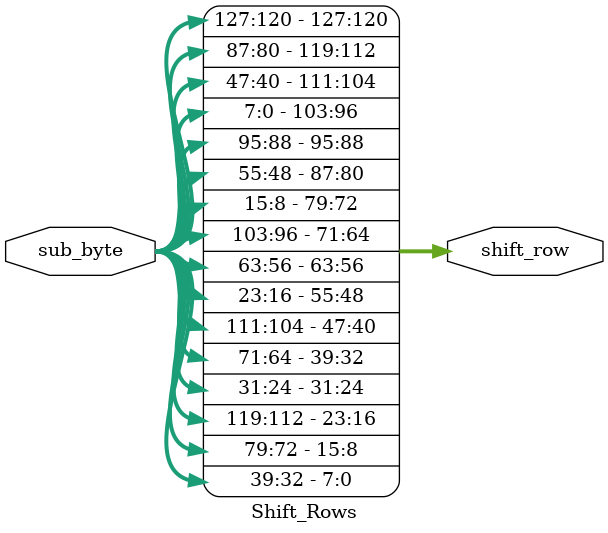
<source format=v>
`timescale 1ns/1ps

module Shift_Rows(
		input [127:0] sub_byte,
		output [127:0] shift_row);
// Giu nguyen dong 1
assign shift_row[127:120] = sub_byte[127:120];
assign shift_row[95:88] = sub_byte[95:88];
assign shift_row[63:56] = sub_byte[63:56];
assign shift_row[31:24] = sub_byte[31:24];
// Dich trai 1 bit dong 2
assign shift_row[119:112] = sub_byte[87:80];
assign shift_row[87:80] = sub_byte[55:48];
assign shift_row[55:48] = sub_byte[23:16];
assign shift_row[23:16] = sub_byte[119:112];
// Dich trai 2 bit dong 3
assign shift_row[111:104] = sub_byte[47:40];
assign shift_row[79:72] = sub_byte[15:8];
assign shift_row[47:40] = sub_byte[111:104];
assign shift_row[15:8] = sub_byte[79:72];
// Dich trai 3 bit dong 4
assign shift_row[103:96] = sub_byte[7:0];
assign shift_row[71:64] = sub_byte[103:96];
assign shift_row[39:32] = sub_byte[71:64];
assign shift_row[7:0] = sub_byte[39:32];

endmodule

</source>
